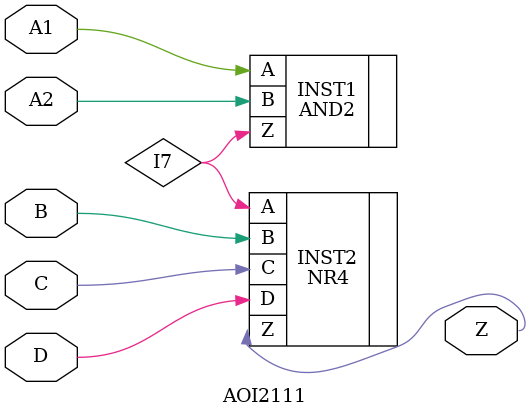
<source format=v>
`timescale 1 ns / 100 ps

/* Created by DB2VERILOG Version 1.2.0.2 on Fri Aug  5 11:12:51 1994 */
/* module compiled from "lsl2db 4.0.3" run */

module AOI2111 (A1, A2, B, C, D, Z);
input  A1, A2, B, C, D;
output Z;
AND2 INST1 (.A(A1), .B(A2), .Z(I7));
NR4 INST2 (.A(I7), .B(B), .C(C), .D(D), .Z(Z));

endmodule


</source>
